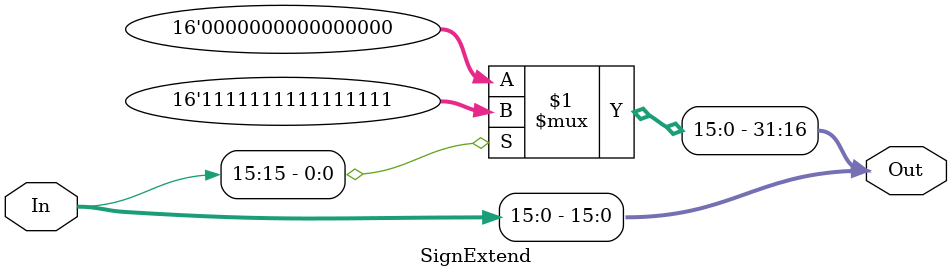
<source format=v>
`timescale 1ns / 1ps


module SignExtend #(parameter DIGIT = 16)(In, Out);
    input      [DIGIT - 1 : 0] In;
    
    output [2 * DIGIT - 1 : 0] Out;
    
    assign Out[    DIGIT - 1 : 0    ] = In;
    assign Out[2 * DIGIT - 1 : DIGIT] = In[DIGIT - 1] ? {DIGIT{1'b1}} : {DIGIT{1'b0}};
endmodule

</source>
